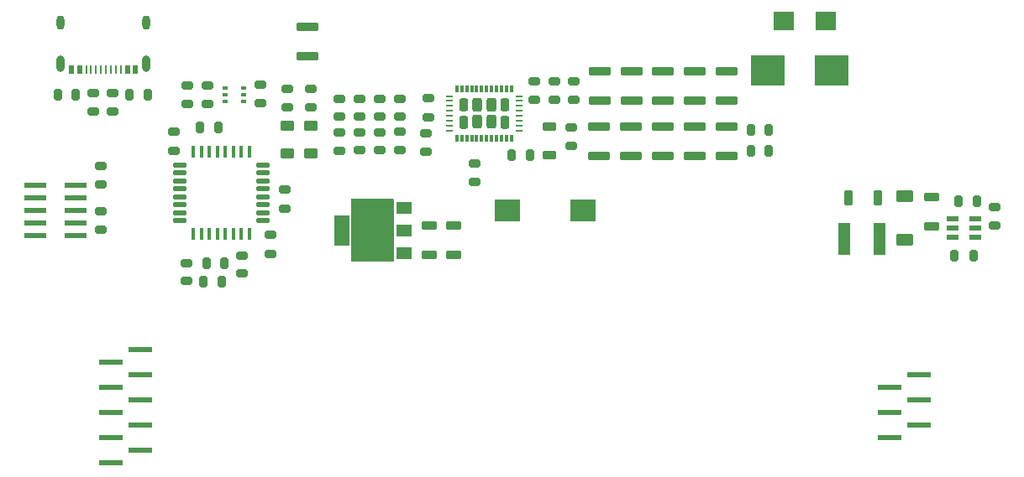
<source format=gtp>
G04 #@! TF.GenerationSoftware,KiCad,Pcbnew,7.0.7-7.0.7~ubuntu22.04.1*
G04 #@! TF.CreationDate,2024-03-15T11:13:54+01:00*
G04 #@! TF.ProjectId,kicad,6b696361-642e-46b6-9963-61645f706362,302*
G04 #@! TF.SameCoordinates,Original*
G04 #@! TF.FileFunction,Paste,Top*
G04 #@! TF.FilePolarity,Positive*
%FSLAX46Y46*%
G04 Gerber Fmt 4.6, Leading zero omitted, Abs format (unit mm)*
G04 Created by KiCad (PCBNEW 7.0.7-7.0.7~ubuntu22.04.1) date 2024-03-15 11:13:54*
%MOMM*%
%LPD*%
G01*
G04 APERTURE LIST*
G04 Aperture macros list*
%AMRoundRect*
0 Rectangle with rounded corners*
0 $1 Rounding radius*
0 $2 $3 $4 $5 $6 $7 $8 $9 X,Y pos of 4 corners*
0 Add a 4 corners polygon primitive as box body*
4,1,4,$2,$3,$4,$5,$6,$7,$8,$9,$2,$3,0*
0 Add four circle primitives for the rounded corners*
1,1,$1+$1,$2,$3*
1,1,$1+$1,$4,$5*
1,1,$1+$1,$6,$7*
1,1,$1+$1,$8,$9*
0 Add four rect primitives between the rounded corners*
20,1,$1+$1,$2,$3,$4,$5,0*
20,1,$1+$1,$4,$5,$6,$7,0*
20,1,$1+$1,$6,$7,$8,$9,0*
20,1,$1+$1,$8,$9,$2,$3,0*%
G04 Aperture macros list end*
%ADD10R,2.640000X2.240000*%
%ADD11RoundRect,0.147500X0.262500X0.412500X-0.262500X0.412500X-0.262500X-0.412500X0.262500X-0.412500X0*%
%ADD12RoundRect,0.135000X-0.325000X-0.585000X0.325000X-0.585000X0.325000X0.585000X-0.325000X0.585000X0*%
%ADD13RoundRect,0.147500X-0.262500X-0.412500X0.262500X-0.412500X0.262500X0.412500X-0.262500X0.412500X0*%
%ADD14RoundRect,0.135000X-0.585000X0.325000X-0.585000X-0.325000X0.585000X-0.325000X0.585000X0.325000X0*%
%ADD15RoundRect,0.150000X-0.430000X0.250000X-0.430000X-0.250000X0.430000X-0.250000X0.430000X0.250000X0*%
%ADD16RoundRect,0.110000X0.730000X-0.450000X0.730000X0.450000X-0.730000X0.450000X-0.730000X-0.450000X0*%
%ADD17RoundRect,0.147500X0.412500X-0.262500X0.412500X0.262500X-0.412500X0.262500X-0.412500X-0.262500X0*%
%ADD18RoundRect,0.135000X0.945000X-0.325000X0.945000X0.325000X-0.945000X0.325000X-0.945000X-0.325000X0*%
%ADD19RoundRect,0.135000X-0.945000X0.325000X-0.945000X-0.325000X0.945000X-0.325000X0.945000X0.325000X0*%
%ADD20R,1.600000X1.200000*%
%ADD21R,1.600000X3.040000*%
%ADD22RoundRect,0.150000X0.430000X-0.250000X0.430000X0.250000X-0.430000X0.250000X-0.430000X-0.250000X0*%
%ADD23R,2.208000X0.520000*%
%ADD24RoundRect,0.150000X0.250000X0.430000X-0.250000X0.430000X-0.250000X-0.430000X0.250000X-0.430000X0*%
%ADD25RoundRect,0.147500X-0.412500X0.262500X-0.412500X-0.262500X0.412500X-0.262500X0.412500X0.262500X0*%
%ADD26RoundRect,0.125000X0.575000X-0.375000X0.575000X0.375000X-0.575000X0.375000X-0.575000X-0.375000X0*%
%ADD27R,1.200000X3.200000*%
%ADD28R,0.520000X0.320000*%
%ADD29RoundRect,0.220588X0.229412X-0.429412X0.229412X0.429412X-0.229412X0.429412X-0.229412X-0.429412X0*%
%ADD30RoundRect,0.232843X0.242157X-0.467157X0.242157X0.467157X-0.242157X0.467157X-0.242157X-0.467157X0*%
%ADD31RoundRect,0.000000X0.100000X-0.320000X0.100000X0.320000X-0.100000X0.320000X-0.100000X-0.320000X0*%
%ADD32RoundRect,0.037500X0.282500X-0.062500X0.282500X0.062500X-0.282500X0.062500X-0.282500X-0.062500X0*%
%ADD33R,0.480000X0.920000*%
%ADD34R,0.240000X0.920000*%
%ADD35O,0.800000X1.680000*%
%ADD36O,0.800000X1.440000*%
%ADD37RoundRect,0.000000X0.600000X0.200000X-0.600000X0.200000X-0.600000X-0.200000X0.600000X-0.200000X0*%
%ADD38RoundRect,0.075000X0.125000X0.525000X-0.125000X0.525000X-0.125000X-0.525000X0.125000X-0.525000X0*%
%ADD39RoundRect,0.150000X-0.250000X-0.430000X0.250000X-0.430000X0.250000X0.430000X-0.250000X0.430000X0*%
%ADD40R,3.396000X3.048000*%
%ADD41RoundRect,0.137500X0.562500X-0.312500X0.562500X0.312500X-0.562500X0.312500X-0.562500X-0.312500X0*%
%ADD42RoundRect,0.000000X-1.000000X-0.920000X1.000000X-0.920000X1.000000X0.920000X-1.000000X0.920000X0*%
%ADD43RoundRect,0.135000X0.585000X-0.325000X0.585000X0.325000X-0.585000X0.325000X-0.585000X-0.325000X0*%
%ADD44R,2.400000X0.520000*%
%ADD45RoundRect,0.017500X0.512500X0.222500X-0.512500X0.222500X-0.512500X-0.222500X0.512500X-0.222500X0*%
G04 APERTURE END LIST*
D10*
X107066000Y-80899000D03*
X114676000Y-80899000D03*
D11*
X70786000Y-69215000D03*
X68961000Y-69215000D03*
D12*
X141425000Y-79619000D03*
X144375000Y-79619000D03*
D13*
X152528500Y-80000000D03*
X154353500Y-80000000D03*
D14*
X99187000Y-82472000D03*
X99187000Y-85422000D03*
D15*
X99110800Y-69584000D03*
X99110800Y-71484000D03*
D16*
X147091000Y-83851000D03*
X147091000Y-79451000D03*
D17*
X92118800Y-74826500D03*
X92118800Y-73001500D03*
D18*
X119500000Y-75377000D03*
X119500000Y-72427000D03*
D11*
X133400800Y-72796400D03*
X131575800Y-72796400D03*
D17*
X65301500Y-70889500D03*
X65301500Y-69064500D03*
D13*
X131575800Y-74930000D03*
X133400800Y-74930000D03*
D15*
X103752000Y-76139000D03*
X103752000Y-78039000D03*
D19*
X122725800Y-66888000D03*
X122725800Y-69838000D03*
D15*
X83161500Y-83379000D03*
X83161500Y-85279000D03*
D20*
X96622000Y-85231000D03*
X96622000Y-82931000D03*
D21*
X90322000Y-82931000D03*
D20*
X96622000Y-80631000D03*
D22*
X113505600Y-74400000D03*
X113505600Y-72500000D03*
D17*
X66052000Y-82827500D03*
X66052000Y-81002500D03*
X67206500Y-70889500D03*
X67206500Y-69064500D03*
D13*
X61698500Y-69215000D03*
X63523500Y-69215000D03*
D23*
X59460000Y-78359000D03*
X63500000Y-78359000D03*
X59460000Y-79629000D03*
X63500000Y-79629000D03*
X59460000Y-80899000D03*
X63500000Y-80899000D03*
X59460000Y-82169000D03*
X63500000Y-82169000D03*
X59460000Y-83439000D03*
X63500000Y-83439000D03*
D24*
X154010000Y-85461000D03*
X152110000Y-85461000D03*
D17*
X94150800Y-74826500D03*
X94150800Y-73001500D03*
D15*
X84582000Y-78806000D03*
X84582000Y-80706000D03*
D22*
X73382500Y-74865000D03*
X73382500Y-72965000D03*
D25*
X84836000Y-68660000D03*
X84836000Y-70485000D03*
D26*
X87249000Y-75163500D03*
X87249000Y-72363500D03*
D15*
X82169000Y-68204000D03*
X82169000Y-70104000D03*
D14*
X101600000Y-82472000D03*
X101600000Y-85422000D03*
D17*
X74803000Y-70127500D03*
X74803000Y-68302500D03*
D18*
X116299600Y-75377000D03*
X116299600Y-72427000D03*
D15*
X113725200Y-67850000D03*
X113725200Y-69750000D03*
D27*
X144573000Y-83810000D03*
X140973000Y-83810000D03*
D19*
X116325000Y-66889800D03*
X116325000Y-69839800D03*
D17*
X92118800Y-71461700D03*
X92118800Y-69636700D03*
D15*
X76835000Y-68265000D03*
X76835000Y-70165000D03*
D19*
X86868000Y-62406000D03*
X86868000Y-65356000D03*
D18*
X129159000Y-75363600D03*
X129159000Y-72413600D03*
D28*
X78552000Y-68565000D03*
X78552000Y-69215000D03*
X78552000Y-69865000D03*
X80452000Y-69865000D03*
X80452000Y-69215000D03*
X80452000Y-68565000D03*
D17*
X74676000Y-88034500D03*
X74676000Y-86209500D03*
D11*
X77912500Y-72500000D03*
X76087500Y-72500000D03*
D25*
X156108000Y-80587500D03*
X156108000Y-82412500D03*
D15*
X98806000Y-73091000D03*
X98806000Y-74991000D03*
D29*
X102591800Y-72008000D03*
X106791800Y-72008000D03*
D30*
X103991800Y-71958000D03*
X105391800Y-71958000D03*
X103991800Y-70258000D03*
X105391800Y-70258000D03*
D29*
X102591800Y-70208000D03*
X106791800Y-70208000D03*
D31*
X101941800Y-73608000D03*
X102441800Y-73608000D03*
X102941800Y-73608000D03*
X103441800Y-73608000D03*
X103941800Y-73608000D03*
X104441800Y-73608000D03*
X104941800Y-73608000D03*
X105441800Y-73608000D03*
X105941800Y-73608000D03*
X106441800Y-73608000D03*
X106941800Y-73608000D03*
X107441800Y-73608000D03*
D32*
X108191800Y-72858000D03*
X108191800Y-72358000D03*
X108191800Y-71858000D03*
X108191800Y-71358000D03*
X108191800Y-70858000D03*
X108191800Y-70358000D03*
X108191800Y-69858000D03*
X108191800Y-69358000D03*
D31*
X107441800Y-68608000D03*
X106941800Y-68608000D03*
X106441800Y-68608000D03*
X105941800Y-68608000D03*
X105441800Y-68608000D03*
X104941800Y-68608000D03*
X104441800Y-68608000D03*
X103941800Y-68608000D03*
X103441800Y-68608000D03*
X102941800Y-68608000D03*
X102441800Y-68608000D03*
X101941800Y-68608000D03*
D32*
X101191800Y-69358000D03*
X101191800Y-69858000D03*
X101191800Y-70358000D03*
X101191800Y-70858000D03*
X101191800Y-71358000D03*
X101191800Y-71858000D03*
X101191800Y-72358000D03*
X101191800Y-72858000D03*
D17*
X66052000Y-78255500D03*
X66052000Y-76430500D03*
D15*
X109762800Y-67850000D03*
X109762800Y-69750000D03*
D33*
X69526000Y-66680000D03*
X68726000Y-66680000D03*
D34*
X67576000Y-66680000D03*
X66576000Y-66680000D03*
X66076000Y-66680000D03*
X65076000Y-66680000D03*
D33*
X63926000Y-66680000D03*
X63126000Y-66680000D03*
X63126000Y-66680000D03*
X63926000Y-66680000D03*
D34*
X64576000Y-66680000D03*
X65576000Y-66680000D03*
X67076000Y-66680000D03*
X68076000Y-66680000D03*
D33*
X68726000Y-66680000D03*
X69526000Y-66680000D03*
D35*
X70646000Y-66105000D03*
D36*
X70646000Y-61925000D03*
D35*
X62006000Y-66105000D03*
D36*
X62006000Y-61925000D03*
D25*
X87249000Y-68660000D03*
X87249000Y-70485000D03*
D37*
X82383500Y-81922000D03*
X82383500Y-81122000D03*
X82383500Y-80322000D03*
X82383500Y-79522000D03*
X82383500Y-78722000D03*
X82383500Y-77922000D03*
X82383500Y-77122000D03*
X82383500Y-76322000D03*
D38*
X81008500Y-74947000D03*
X80208500Y-74947000D03*
X79408500Y-74947000D03*
X78608500Y-74947000D03*
X77808500Y-74947000D03*
X77008500Y-74947000D03*
X76208500Y-74947000D03*
X75408500Y-74947000D03*
D37*
X74033500Y-76322000D03*
X74033500Y-77122000D03*
X74033500Y-77922000D03*
X74033500Y-78722000D03*
X74033500Y-79522000D03*
X74033500Y-80322000D03*
X74033500Y-81122000D03*
X74033500Y-81922000D03*
D38*
X75408500Y-83297000D03*
X76208500Y-83297000D03*
X77008500Y-83297000D03*
X77808500Y-83297000D03*
X78608500Y-83297000D03*
X79408500Y-83297000D03*
X80208500Y-83297000D03*
X81008500Y-83297000D03*
D17*
X80240500Y-87273500D03*
X80240500Y-85448500D03*
D39*
X107424800Y-75299000D03*
X109324800Y-75299000D03*
D13*
X76407000Y-88138000D03*
X78232000Y-88138000D03*
D17*
X96182800Y-71448300D03*
X96182800Y-69623300D03*
X90086800Y-74865300D03*
X90086800Y-73040300D03*
D40*
X139687500Y-66750000D03*
X133312500Y-66750000D03*
D41*
X111295800Y-75362500D03*
X111295800Y-72437500D03*
D19*
X119525400Y-66888000D03*
X119525400Y-69838000D03*
D17*
X96182800Y-74814500D03*
X96182800Y-72989500D03*
D25*
X94150800Y-69634800D03*
X94150800Y-71459800D03*
D13*
X76684500Y-86233000D03*
X78509500Y-86233000D03*
D42*
X134850000Y-61750000D03*
X139150000Y-61750000D03*
D26*
X84836000Y-75163500D03*
X84836000Y-72363500D03*
D19*
X125926200Y-66889800D03*
X125926200Y-69839800D03*
D18*
X122700400Y-75363600D03*
X122700400Y-72413600D03*
D43*
X149758000Y-82491000D03*
X149758000Y-79541000D03*
D25*
X90086800Y-69636700D03*
X90086800Y-71461700D03*
D15*
X111744000Y-67850000D03*
X111744000Y-69750000D03*
D19*
X129126600Y-66889800D03*
X129126600Y-69839800D03*
D44*
X70042000Y-94996000D03*
X67042000Y-96266000D03*
X70042000Y-97536000D03*
X67042000Y-98806000D03*
X70042000Y-100076000D03*
X67042000Y-101346000D03*
X70042000Y-102616000D03*
X67042000Y-103886000D03*
X70042000Y-105156000D03*
X67042000Y-106426000D03*
X148542000Y-97536000D03*
X145542000Y-98806000D03*
X148542000Y-100076000D03*
X145542000Y-101346000D03*
X148542000Y-102616000D03*
X145542000Y-103886000D03*
D45*
X154197500Y-83617000D03*
X154197500Y-82667000D03*
X154197500Y-81717000D03*
X151922500Y-81717000D03*
X151922500Y-82667000D03*
X151922500Y-83617000D03*
D18*
X125933200Y-75363600D03*
X125933200Y-72413600D03*
G36*
X95543039Y-79719685D02*
G01*
X95588794Y-79772489D01*
X95600000Y-79824000D01*
X95600000Y-85976000D01*
X95580315Y-86043039D01*
X95527511Y-86088794D01*
X95476000Y-86100000D01*
X91424000Y-86100000D01*
X91356961Y-86080315D01*
X91311206Y-86027511D01*
X91300000Y-85976000D01*
X91300000Y-79824000D01*
X91319685Y-79756961D01*
X91372489Y-79711206D01*
X91424000Y-79700000D01*
X95476000Y-79700000D01*
X95543039Y-79719685D01*
G37*
M02*

</source>
